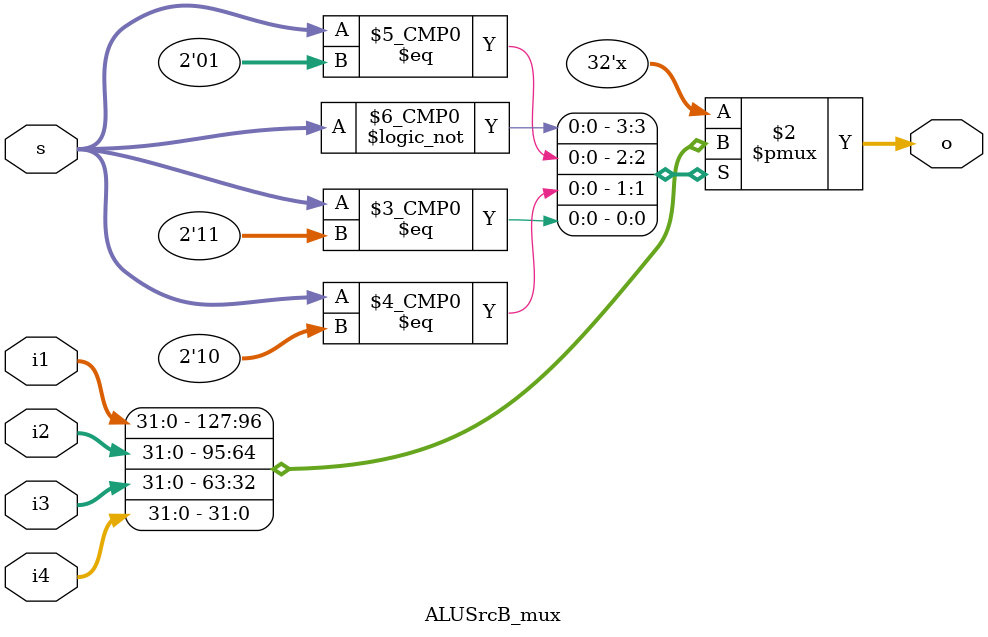
<source format=v>
`timescale 1ns / 1ps


module ALUSrcB_mux(
    input [1:0] s,
    input [31:0] i1,
    input [31:0] i2,
    input [31:0] i3,
    input [31:0] i4,
    output reg [31:0] o
    );
    always@(*)
      begin
        case (s)
          2'b00: o = i1;
          2'b01: o = i2;
          2'b10: o = i3;
          2'b11: o = i4;
        endcase
      end
endmodule

</source>
